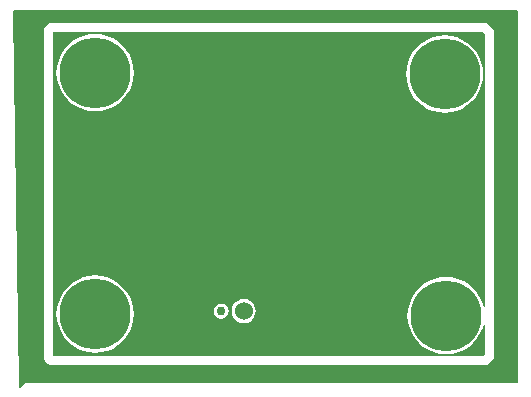
<source format=gbl>
%FSLAX23Y23*%
%MOIN*%
G70*
G01*
G75*
G04 Layer_Physical_Order=2*
G04 Layer_Color=16711680*
%ADD10R,0.118X0.039*%
%ADD11R,0.118X0.059*%
%ADD12R,0.020X0.024*%
%ADD13C,0.010*%
%ADD14C,0.030*%
%ADD15C,0.060*%
%ADD16C,0.236*%
%ADD17C,0.039*%
G36*
X1570Y1170D02*
Y-70D01*
X-75D01*
X-90Y-85D01*
X-95Y-84D01*
X-115Y1171D01*
X-111Y1175D01*
X1565D01*
X1570Y1170D01*
D02*
G37*
%LPC*%
G36*
X1460Y1130D02*
X15D01*
X9Y1129D01*
X4Y1126D01*
X-6Y1116D01*
X-9Y1111D01*
X-10Y1105D01*
Y15D01*
X-10Y15D01*
X-10D01*
X-9Y9D01*
X-6Y4D01*
X4Y-6D01*
X4D01*
X4Y-6D01*
X4Y-6D01*
Y-6D01*
X9Y-9D01*
X15Y-10D01*
X1460D01*
X1466Y-9D01*
X1471Y-6D01*
X1471Y-6D01*
X1471Y-6D01*
X1486Y9D01*
X1489Y14D01*
X1490Y20D01*
X1490Y20D01*
X1490Y20D01*
Y20D01*
Y975D01*
Y1100D01*
X1489Y1106D01*
X1486Y1111D01*
X1471Y1126D01*
X1466Y1129D01*
X1460Y1130D01*
D02*
G37*
%LPD*%
G36*
X1460Y1094D02*
Y975D01*
X1460Y975D01*
X1460D01*
Y185D01*
X1455Y184D01*
X1452Y195D01*
X1444Y213D01*
X1434Y231D01*
X1421Y246D01*
X1406Y259D01*
X1388Y269D01*
X1370Y277D01*
X1350Y282D01*
X1330Y284D01*
X1310Y282D01*
X1290Y277D01*
X1272Y269D01*
X1254Y259D01*
X1239Y246D01*
X1226Y231D01*
X1215Y213D01*
X1208Y195D01*
X1203Y175D01*
X1201Y155D01*
X1203Y135D01*
X1208Y115D01*
X1215Y97D01*
X1226Y79D01*
X1239Y64D01*
X1254Y51D01*
X1272Y41D01*
X1290Y33D01*
X1310Y28D01*
X1330Y26D01*
X1350Y28D01*
X1370Y33D01*
X1388Y41D01*
X1406Y51D01*
X1421Y64D01*
X1434Y79D01*
X1444Y97D01*
X1452Y115D01*
X1455Y126D01*
X1460Y125D01*
Y26D01*
X1454Y20D01*
X21D01*
X20Y21D01*
Y1099D01*
X21Y1100D01*
X1454D01*
X1460Y1094D01*
D02*
G37*
%LPC*%
G36*
X160Y289D02*
X140Y287D01*
X120Y282D01*
X102Y275D01*
X84Y264D01*
X69Y251D01*
X56Y236D01*
X45Y218D01*
X38Y200D01*
X33Y180D01*
X31Y160D01*
X33Y140D01*
X38Y120D01*
X45Y102D01*
X56Y84D01*
X69Y69D01*
X84Y56D01*
X102Y45D01*
X120Y38D01*
X140Y33D01*
X160Y31D01*
X180Y33D01*
X200Y38D01*
X218Y45D01*
X236Y56D01*
X251Y69D01*
X264Y84D01*
X275Y102D01*
X282Y120D01*
X287Y140D01*
X289Y160D01*
X287Y180D01*
X282Y200D01*
X275Y218D01*
X264Y236D01*
X251Y251D01*
X236Y264D01*
X218Y275D01*
X200Y282D01*
X180Y287D01*
X160Y289D01*
D02*
G37*
G36*
X655Y210D02*
X645Y209D01*
X635Y205D01*
X626Y199D01*
X620Y190D01*
X616Y180D01*
X615Y170D01*
X616Y160D01*
X620Y150D01*
X626Y141D01*
X635Y135D01*
X645Y131D01*
X655Y130D01*
X665Y131D01*
X675Y135D01*
X684Y141D01*
X690Y150D01*
X694Y160D01*
X695Y170D01*
X694Y180D01*
X690Y190D01*
X684Y199D01*
X675Y205D01*
X665Y209D01*
X655Y210D01*
D02*
G37*
G36*
X160Y1094D02*
X140Y1092D01*
X120Y1087D01*
X102Y1079D01*
X84Y1069D01*
X69Y1056D01*
X56Y1041D01*
X45Y1023D01*
X38Y1005D01*
X33Y985D01*
X31Y965D01*
X33Y945D01*
X38Y925D01*
X45Y907D01*
X56Y889D01*
X69Y874D01*
X84Y861D01*
X102Y850D01*
X120Y843D01*
X140Y838D01*
X160Y836D01*
X180Y838D01*
X200Y843D01*
X218Y850D01*
X236Y861D01*
X251Y874D01*
X264Y889D01*
X275Y907D01*
X282Y925D01*
X287Y945D01*
X289Y965D01*
X287Y985D01*
X282Y1005D01*
X275Y1023D01*
X264Y1041D01*
X251Y1056D01*
X236Y1069D01*
X218Y1079D01*
X200Y1087D01*
X180Y1092D01*
X160Y1094D01*
D02*
G37*
G36*
X1325Y1089D02*
X1305Y1087D01*
X1285Y1082D01*
X1267Y1074D01*
X1249Y1064D01*
X1234Y1051D01*
X1221Y1036D01*
X1211Y1018D01*
X1203Y1000D01*
X1198Y980D01*
X1196Y960D01*
X1198Y940D01*
X1203Y920D01*
X1211Y902D01*
X1221Y884D01*
X1234Y869D01*
X1249Y856D01*
X1267Y845D01*
X1285Y838D01*
X1305Y833D01*
X1325Y831D01*
X1345Y833D01*
X1365Y838D01*
X1383Y845D01*
X1401Y856D01*
X1416Y869D01*
X1429Y884D01*
X1439Y902D01*
X1447Y920D01*
X1452Y940D01*
X1454Y960D01*
X1452Y980D01*
X1447Y1000D01*
X1439Y1018D01*
X1429Y1036D01*
X1416Y1051D01*
X1401Y1064D01*
X1383Y1074D01*
X1365Y1082D01*
X1345Y1087D01*
X1325Y1089D01*
D02*
G37*
G36*
X580Y195D02*
X570Y194D01*
X562Y188D01*
X556Y180D01*
X555Y170D01*
X556Y160D01*
X562Y152D01*
X570Y146D01*
X580Y145D01*
X590Y146D01*
X598Y152D01*
X604Y160D01*
X605Y170D01*
X604Y180D01*
X598Y188D01*
X590Y194D01*
X580Y195D01*
D02*
G37*
%LPD*%
D14*
Y170D02*
D03*
D15*
X655D02*
D03*
D16*
X160Y160D02*
D03*
X1330Y155D02*
D03*
X160Y965D02*
D03*
X1325Y960D02*
D03*
D17*
X249Y160D02*
D03*
X223Y97D02*
D03*
X160Y71D02*
D03*
X97Y97D02*
D03*
X71Y160D02*
D03*
X160Y249D02*
D03*
X223Y223D02*
D03*
X97D02*
D03*
X1419Y155D02*
D03*
X1393Y92D02*
D03*
X1330Y66D02*
D03*
X1267Y92D02*
D03*
X1241Y155D02*
D03*
X1330Y244D02*
D03*
X1393Y218D02*
D03*
X1267D02*
D03*
X249Y965D02*
D03*
X223Y902D02*
D03*
X160Y876D02*
D03*
X97Y902D02*
D03*
X71Y965D02*
D03*
X160Y1054D02*
D03*
X223Y1028D02*
D03*
X97D02*
D03*
X1414Y960D02*
D03*
X1388Y897D02*
D03*
X1325Y871D02*
D03*
X1262Y897D02*
D03*
X1236Y960D02*
D03*
X1325Y1049D02*
D03*
X1388Y1023D02*
D03*
X1262D02*
D03*
M02*

</source>
